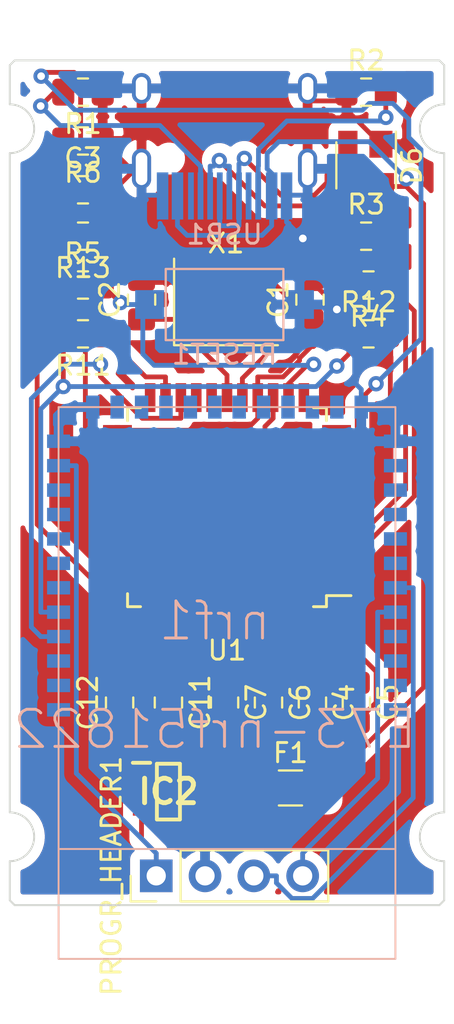
<source format=kicad_pcb>
(kicad_pcb (version 20171130) (host pcbnew "(5.1.2)-2")
  (layers (0 F.Cu signal) (31 B.Cu signal) (34 B.Paste user) (35 F.Paste user) (36 B.SilkS user) (37 F.SilkS user) (38 B.Mask user) (39 F.Mask user) (44 Edge.Cuts user))
  (net 0 "")
  (net 1 GND)
  (net 2 "Net-(C1-Pad1)")
  (net 3 "Net-(C2-Pad1)")
  (net 4 "Net-(C3-Pad1)")
  (net 5 +5V)
  (net 6 VCC)
  (net 7 +3.3V)
  (net 8 "Net-(D6-Pad3)")
  (net 9 "Net-(D6-Pad2)")
  (net 10 SWDIO)
  (net 11 SWCLK)
  (net 12 "Net-(nrf1-Pad10)")
  (net 13 "Net-(nrf1-Pad9)")
  (net 14 "Net-(nrf1-Pad8)")
  (net 15 "Net-(nrf1-Pad7)")
  (net 16 "Net-(nrf1-Pad6)")
  (net 17 TXODIV)
  (net 18 RXI)
  (net 19 "Net-(nrf1-Pad3)")
  (net 20 "Net-(nrf1-Pad2)")
  (net 21 "Net-(nrf1-Pad36)")
  (net 22 "Net-(nrf1-Pad35)")
  (net 23 "Net-(nrf1-Pad34)")
  (net 24 "Net-(nrf1-Pad33)")
  (net 25 "Net-(nrf1-Pad30)")
  (net 26 "Net-(nrf1-Pad29)")
  (net 27 "Net-(nrf1-Pad28)")
  (net 28 "Net-(nrf1-Pad27)")
  (net 29 "Net-(nrf1-Pad26)")
  (net 30 "Net-(nrf1-Pad23)")
  (net 31 "Net-(nrf1-Pad22)")
  (net 32 "Net-(nrf1-Pad21)")
  (net 33 "Net-(nrf1-Pad20)")
  (net 34 "Net-(nrf1-Pad19)")
  (net 35 "Net-(nrf1-Pad18)")
  (net 36 "Net-(nrf1-Pad17)")
  (net 37 "Net-(nrf1-Pad16)")
  (net 38 "Net-(nrf1-Pad15)")
  (net 39 "Net-(nrf1-Pad14)")
  (net 40 "Net-(nrf1-Pad1)")
  (net 41 "Net-(R1-Pad2)")
  (net 42 "Net-(R2-Pad2)")
  (net 43 D+)
  (net 44 D-)
  (net 45 "Net-(R5-Pad2)")
  (net 46 "Net-(R6-Pad2)")
  (net 47 TXO)
  (net 48 "Net-(U1-Pad42)")
  (net 49 "Net-(U1-Pad41)")
  (net 50 "Net-(U1-Pad40)")
  (net 51 "Net-(U1-Pad39)")
  (net 52 "Net-(U1-Pad38)")
  (net 53 "Net-(U1-Pad37)")
  (net 54 "Net-(U1-Pad36)")
  (net 55 "Net-(U1-Pad32)")
  (net 56 "Net-(U1-Pad31)")
  (net 57 "Net-(U1-Pad30)")
  (net 58 "Net-(U1-Pad29)")
  (net 59 "Net-(U1-Pad28)")
  (net 60 "Net-(U1-Pad27)")
  (net 61 "Net-(U1-Pad26)")
  (net 62 "Net-(U1-Pad25)")
  (net 63 "Net-(U1-Pad22)")
  (net 64 "Net-(U1-Pad19)")
  (net 65 "Net-(U1-Pad18)")
  (net 66 "Net-(U1-Pad12)")
  (net 67 "Net-(U1-Pad11)")
  (net 68 "Net-(U1-Pad10)")
  (net 69 "Net-(U1-Pad9)")
  (net 70 "Net-(U1-Pad8)")
  (net 71 "Net-(U1-Pad1)")
  (net 72 "Net-(USB1-Pad3)")
  (net 73 "Net-(USB1-Pad9)")
  (module XC6206P332MR:SOT95P280X130-3N (layer F.Cu) (at 76.835 131)
    (fp_text reference IC2 (at 0 0) (layer F.SilkS) (effects (font (size 1.27 1.27) (thickness 0.254))))
    (fp_text value XC6206P332MR hide)
    (pad 3 smd rect (at 1.4 0 90) (size 0.6 0.9) (layers F.Cu F.Paste F.Mask) (net 6 VCC))
    (pad 2 smd rect (at -1.4 0.95 90) (size 0.6 0.9) (layers F.Cu F.Paste F.Mask) (net 7 +3.3V))
    (pad 1 smd rect (at -1.4 -0.95 90) (size 0.6 0.9) (layers F.Cu F.Paste F.Mask) (net 1 GND))
  )
  (module Capacitor_SMD:C_0805_2012Metric_Pad1.15x1.40mm_HandSolder (layer F.Cu) (at 74.295 126.365 90)
    (fp_text reference C12 (at 0 -1.65 90) (layer F.SilkS))
    (fp_text value 1uF)
    (pad 2 smd roundrect (at 1.025 0 90) (size 1.15 1.4) (layers F.Cu F.Paste F.Mask) (roundrect_rratio 0.217391) (net 1 GND))
    (pad 1 smd roundrect (at -1.025 0 90) (size 1.15 1.4) (layers F.Cu F.Paste F.Mask) (roundrect_rratio 0.217391) (net 7 +3.3V))
  )
  (module Type-C:HRO-TYPE-C-31-M-12-HandSoldering (layer B.Cu) (at 79.756 91.821)
    (fp_text reference USB1 (at 0 10.2) (layer B.SilkS) (effects (justify mirror)))
    (fp_text value HRO-TYPE-C-31-M-12)
    (pad 12 smd rect (at 3.225 8.195) (size 0.6 2.45) (layers B.Cu B.Paste B.Mask) (net 1 GND))
    (pad 1 smd rect (at -3.225 8.195) (size 0.6 2.45) (layers B.Cu B.Paste B.Mask) (net 1 GND))
    (pad 11 smd rect (at 2.45 8.195) (size 0.6 2.45) (layers B.Cu B.Paste B.Mask) (net 6 VCC))
    (pad 2 smd rect (at -2.45 8.195) (size 0.6 2.45) (layers B.Cu B.Paste B.Mask) (net 6 VCC))
    (pad 3 smd rect (at -1.75 8.195) (size 0.3 2.45) (layers B.Cu B.Paste B.Mask) (net 72 "Net-(USB1-Pad3)"))
    (pad 10 smd rect (at 1.75 8.195) (size 0.3 2.45) (layers B.Cu B.Paste B.Mask) (net 42 "Net-(R2-Pad2)"))
    (pad 4 smd rect (at -1.25 8.195) (size 0.3 2.45) (layers B.Cu B.Paste B.Mask) (net 41 "Net-(R1-Pad2)"))
    (pad 9 smd rect (at 1.25 8.195) (size 0.3 2.45) (layers B.Cu B.Paste B.Mask) (net 73 "Net-(USB1-Pad9)"))
    (pad 5 smd rect (at -0.75 8.195) (size 0.3 2.45) (layers B.Cu B.Paste B.Mask) (net 8 "Net-(D6-Pad3)"))
    (pad 8 smd rect (at 0.75 8.195) (size 0.3 2.45) (layers B.Cu B.Paste B.Mask) (net 9 "Net-(D6-Pad2)"))
    (pad 7 smd rect (at 0.25 8.195) (size 0.3 2.45) (layers B.Cu B.Paste B.Mask) (net 8 "Net-(D6-Pad3)"))
    (pad 6 smd rect (at -0.25 8.195) (size 0.3 2.45) (layers B.Cu B.Paste B.Mask) (net 9 "Net-(D6-Pad2)"))
    (pad "" np_thru_hole circle (at 2.89 6.25) (size 0.65 0.65) (drill 0.65) (layers *.Cu *.Mask))
    (pad "" np_thru_hole circle (at -2.89 6.25) (size 0.65 0.65) (drill 0.65) (layers *.Cu *.Mask))
    (pad 13 thru_hole oval (at -4.32 6.78) (size 1 2.1) (drill oval 0.6 1.7) (layers *.Cu F.Mask) (net 1 GND))
    (pad 13 thru_hole oval (at 4.32 6.78) (size 1 2.1) (drill oval 0.6 1.7) (layers *.Cu F.Mask) (net 1 GND))
    (pad 13 thru_hole oval (at -4.32 2.6) (size 1 1.6) (drill oval 0.6 1.2) (layers *.Cu F.Mask) (net 1 GND))
    (pad 13 thru_hole oval (at 4.32 2.6) (size 1 1.6) (drill oval 0.6 1.2) (layers *.Cu F.Mask) (net 1 GND))
  )
  (module Crystal:Crystal_SMD_3225-4Pin_3.2x2.5mm_HandSoldering (layer F.Cu) (at 79.83 105.53)
    (fp_text reference X1 (at 0 -3.05) (layer F.SilkS))
    (fp_text value Crystal_GND24)
    (pad 4 smd rect (at -1.45 -1.15) (size 2.1 1.8) (layers F.Cu F.Paste F.Mask) (net 1 GND))
    (pad 3 smd rect (at 1.45 -1.15) (size 2.1 1.8) (layers F.Cu F.Paste F.Mask) (net 2 "Net-(C1-Pad1)"))
    (pad 2 smd rect (at 1.45 1.15) (size 2.1 1.8) (layers F.Cu F.Paste F.Mask) (net 1 GND))
    (pad 1 smd rect (at -1.45 1.15) (size 2.1 1.8) (layers F.Cu F.Paste F.Mask) (net 3 "Net-(C2-Pad1)"))
  )
  (module Package_QFP:TQFP-44_10x10mm_P0.8mm (layer F.Cu) (at 79.883 116.205 180)
    (fp_text reference U1 (at 0 -7.45) (layer F.SilkS))
    (fp_text value ATmega32U4-AU)
    (pad 1 smd rect (at -5.7 -4 180) (size 1.5 0.55) (layers F.Cu F.Paste F.Mask) (net 71 "Net-(U1-Pad1)"))
    (pad 2 smd rect (at -5.7 -3.2 180) (size 1.5 0.55) (layers F.Cu F.Paste F.Mask) (net 5 +5V))
    (pad 3 smd rect (at -5.7 -2.4 180) (size 1.5 0.55) (layers F.Cu F.Paste F.Mask) (net 44 D-))
    (pad 4 smd rect (at -5.7 -1.6 180) (size 1.5 0.55) (layers F.Cu F.Paste F.Mask) (net 43 D+))
    (pad 5 smd rect (at -5.7 -0.8 180) (size 1.5 0.55) (layers F.Cu F.Paste F.Mask) (net 1 GND))
    (pad 6 smd rect (at -5.7 0 180) (size 1.5 0.55) (layers F.Cu F.Paste F.Mask) (net 4 "Net-(C3-Pad1)"))
    (pad 7 smd rect (at -5.7 0.8 180) (size 1.5 0.55) (layers F.Cu F.Paste F.Mask) (net 5 +5V))
    (pad 8 smd rect (at -5.7 1.6 180) (size 1.5 0.55) (layers F.Cu F.Paste F.Mask) (net 70 "Net-(U1-Pad8)"))
    (pad 9 smd rect (at -5.7 2.4 180) (size 1.5 0.55) (layers F.Cu F.Paste F.Mask) (net 69 "Net-(U1-Pad9)"))
    (pad 10 smd rect (at -5.7 3.2 180) (size 1.5 0.55) (layers F.Cu F.Paste F.Mask) (net 68 "Net-(U1-Pad10)"))
    (pad 11 smd rect (at -5.7 4 180) (size 1.5 0.55) (layers F.Cu F.Paste F.Mask) (net 67 "Net-(U1-Pad11)"))
    (pad 12 smd rect (at -4 5.7 270) (size 1.5 0.55) (layers F.Cu F.Paste F.Mask) (net 66 "Net-(U1-Pad12)"))
    (pad 13 smd rect (at -3.2 5.7 270) (size 1.5 0.55) (layers F.Cu F.Paste F.Mask) (net 45 "Net-(R5-Pad2)"))
    (pad 14 smd rect (at -2.4 5.7 270) (size 1.5 0.55) (layers F.Cu F.Paste F.Mask) (net 5 +5V))
    (pad 15 smd rect (at -1.6 5.7 270) (size 1.5 0.55) (layers F.Cu F.Paste F.Mask) (net 1 GND))
    (pad 16 smd rect (at -0.8 5.7 270) (size 1.5 0.55) (layers F.Cu F.Paste F.Mask) (net 2 "Net-(C1-Pad1)"))
    (pad 17 smd rect (at 0 5.7 270) (size 1.5 0.55) (layers F.Cu F.Paste F.Mask) (net 3 "Net-(C2-Pad1)"))
    (pad 18 smd rect (at 0.8 5.7 270) (size 1.5 0.55) (layers F.Cu F.Paste F.Mask) (net 65 "Net-(U1-Pad18)"))
    (pad 19 smd rect (at 1.6 5.7 270) (size 1.5 0.55) (layers F.Cu F.Paste F.Mask) (net 64 "Net-(U1-Pad19)"))
    (pad 20 smd rect (at 2.4 5.7 270) (size 1.5 0.55) (layers F.Cu F.Paste F.Mask) (net 18 RXI))
    (pad 21 smd rect (at 3.2 5.7 270) (size 1.5 0.55) (layers F.Cu F.Paste F.Mask) (net 47 TXO))
    (pad 22 smd rect (at 4 5.7 270) (size 1.5 0.55) (layers F.Cu F.Paste F.Mask) (net 63 "Net-(U1-Pad22)"))
    (pad 23 smd rect (at 5.7 4 180) (size 1.5 0.55) (layers F.Cu F.Paste F.Mask) (net 1 GND))
    (pad 24 smd rect (at 5.7 3.2 180) (size 1.5 0.55) (layers F.Cu F.Paste F.Mask) (net 5 +5V))
    (pad 25 smd rect (at 5.7 2.4 180) (size 1.5 0.55) (layers F.Cu F.Paste F.Mask) (net 62 "Net-(U1-Pad25)"))
    (pad 26 smd rect (at 5.7 1.6 180) (size 1.5 0.55) (layers F.Cu F.Paste F.Mask) (net 61 "Net-(U1-Pad26)"))
    (pad 27 smd rect (at 5.7 0.8 180) (size 1.5 0.55) (layers F.Cu F.Paste F.Mask) (net 60 "Net-(U1-Pad27)"))
    (pad 28 smd rect (at 5.7 0 180) (size 1.5 0.55) (layers F.Cu F.Paste F.Mask) (net 59 "Net-(U1-Pad28)"))
    (pad 29 smd rect (at 5.7 -0.8 180) (size 1.5 0.55) (layers F.Cu F.Paste F.Mask) (net 58 "Net-(U1-Pad29)"))
    (pad 30 smd rect (at 5.7 -1.6 180) (size 1.5 0.55) (layers F.Cu F.Paste F.Mask) (net 57 "Net-(U1-Pad30)"))
    (pad 31 smd rect (at 5.7 -2.4 180) (size 1.5 0.55) (layers F.Cu F.Paste F.Mask) (net 56 "Net-(U1-Pad31)"))
    (pad 32 smd rect (at 5.7 -3.2 180) (size 1.5 0.55) (layers F.Cu F.Paste F.Mask) (net 55 "Net-(U1-Pad32)"))
    (pad 33 smd rect (at 5.7 -4 180) (size 1.5 0.55) (layers F.Cu F.Paste F.Mask) (net 46 "Net-(R6-Pad2)"))
    (pad 34 smd rect (at 4 -5.7 270) (size 1.5 0.55) (layers F.Cu F.Paste F.Mask) (net 5 +5V))
    (pad 35 smd rect (at 3.2 -5.7 270) (size 1.5 0.55) (layers F.Cu F.Paste F.Mask) (net 1 GND))
    (pad 36 smd rect (at 2.4 -5.7 270) (size 1.5 0.55) (layers F.Cu F.Paste F.Mask) (net 54 "Net-(U1-Pad36)"))
    (pad 37 smd rect (at 1.6 -5.7 270) (size 1.5 0.55) (layers F.Cu F.Paste F.Mask) (net 53 "Net-(U1-Pad37)"))
    (pad 38 smd rect (at 0.8 -5.7 270) (size 1.5 0.55) (layers F.Cu F.Paste F.Mask) (net 52 "Net-(U1-Pad38)"))
    (pad 39 smd rect (at 0 -5.7 270) (size 1.5 0.55) (layers F.Cu F.Paste F.Mask) (net 51 "Net-(U1-Pad39)"))
    (pad 40 smd rect (at -0.8 -5.7 270) (size 1.5 0.55) (layers F.Cu F.Paste F.Mask) (net 50 "Net-(U1-Pad40)"))
    (pad 41 smd rect (at -1.6 -5.7 270) (size 1.5 0.55) (layers F.Cu F.Paste F.Mask) (net 49 "Net-(U1-Pad41)"))
    (pad 42 smd rect (at -2.4 -5.7 270) (size 1.5 0.55) (layers F.Cu F.Paste F.Mask) (net 48 "Net-(U1-Pad42)"))
    (pad 43 smd rect (at -3.2 -5.7 270) (size 1.5 0.55) (layers F.Cu F.Paste F.Mask) (net 1 GND))
    (pad 44 smd rect (at -4 -5.7 270) (size 1.5 0.55) (layers F.Cu F.Paste F.Mask) (net 5 +5V))
  )
  (module Button_Switch_SMD:SW_SPST_CK_RS282G05A3 (layer B.Cu) (at 79.756 105.664)
    (fp_text reference RESET1 (at 0 2.6) (layer B.SilkS) (effects (justify mirror)))
    (fp_text value SW_SPST)
    (pad 2 smd rect (at 3.9 0) (size 1.5 1.5) (layers B.Cu B.Paste B.Mask) (net 1 GND))
    (pad 1 smd rect (at -3.9 0) (size 1.5 1.5) (layers B.Cu B.Paste B.Mask) (net 45 "Net-(R5-Pad2)"))
  )
  (module Resistor_SMD:R_0805_2012Metric_Pad1.15x1.40mm_HandSolder (layer F.Cu) (at 72.39 102.108 180)
    (fp_text reference R13 (at 0 -1.65) (layer F.SilkS))
    (fp_text value 1.5K)
    (pad 2 smd roundrect (at 1.025 0 180) (size 1.15 1.4) (layers F.Cu F.Paste F.Mask) (roundrect_rratio 0.217391) (net 17 TXODIV))
    (pad 1 smd roundrect (at -1.025 0 180) (size 1.15 1.4) (layers F.Cu F.Paste F.Mask) (roundrect_rratio 0.217391) (net 47 TXO))
  )
  (module Resistor_SMD:R_0805_2012Metric_Pad1.15x1.40mm_HandSolder (layer F.Cu) (at 87.249 107.188)
    (fp_text reference R12 (at 0 -1.65) (layer F.SilkS))
    (fp_text value 1.5K)
    (pad 2 smd roundrect (at 1.025 0) (size 1.15 1.4) (layers F.Cu F.Paste F.Mask) (roundrect_rratio 0.217391) (net 1 GND))
    (pad 1 smd roundrect (at -1.025 0) (size 1.15 1.4) (layers F.Cu F.Paste F.Mask) (roundrect_rratio 0.217391) (net 17 TXODIV))
  )
  (module Resistor_SMD:R_0805_2012Metric_Pad1.15x1.40mm_HandSolder (layer F.Cu) (at 72.39 107.188 180)
    (fp_text reference R11 (at 0 -1.65) (layer F.SilkS))
    (fp_text value 1.5K)
    (pad 2 smd roundrect (at 1.025 0 180) (size 1.15 1.4) (layers F.Cu F.Paste F.Mask) (roundrect_rratio 0.217391) (net 17 TXODIV))
    (pad 1 smd roundrect (at -1.025 0 180) (size 1.15 1.4) (layers F.Cu F.Paste F.Mask) (roundrect_rratio 0.217391) (net 47 TXO))
  )
  (module Resistor_SMD:R_0805_2012Metric_Pad1.15x1.40mm_HandSolder (layer F.Cu) (at 72.39 97.155 180)
    (fp_text reference R6 (at 0 -1.65) (layer F.SilkS))
    (fp_text value 1K)
    (pad 2 smd roundrect (at 1.025 0 180) (size 1.15 1.4) (layers F.Cu F.Paste F.Mask) (roundrect_rratio 0.217391) (net 46 "Net-(R6-Pad2)"))
    (pad 1 smd roundrect (at -1.025 0 180) (size 1.15 1.4) (layers F.Cu F.Paste F.Mask) (roundrect_rratio 0.217391) (net 1 GND))
  )
  (module Resistor_SMD:R_0805_2012Metric_Pad1.15x1.40mm_HandSolder (layer F.Cu) (at 72.39 104.648)
    (fp_text reference R5 (at 0 -1.65) (layer F.SilkS))
    (fp_text value 10K)
    (pad 2 smd roundrect (at 1.025 0) (size 1.15 1.4) (layers F.Cu F.Paste F.Mask) (roundrect_rratio 0.217391) (net 45 "Net-(R5-Pad2)"))
    (pad 1 smd roundrect (at -1.025 0) (size 1.15 1.4) (layers F.Cu F.Paste F.Mask) (roundrect_rratio 0.217391) (net 5 +5V))
  )
  (module Resistor_SMD:R_0805_2012Metric_Pad1.15x1.40mm_HandSolder (layer F.Cu) (at 87.249 104.648 180)
    (fp_text reference R4 (at 0 -1.65) (layer F.SilkS))
    (fp_text value 22)
    (pad 2 smd roundrect (at 1.025 0 180) (size 1.15 1.4) (layers F.Cu F.Paste F.Mask) (roundrect_rratio 0.217391) (net 8 "Net-(D6-Pad3)"))
    (pad 1 smd roundrect (at -1.025 0 180) (size 1.15 1.4) (layers F.Cu F.Paste F.Mask) (roundrect_rratio 0.217391) (net 44 D-))
  )
  (module Resistor_SMD:R_0805_2012Metric_Pad1.15x1.40mm_HandSolder (layer F.Cu) (at 87.122 102.108)
    (fp_text reference R3 (at 0 -1.65) (layer F.SilkS))
    (fp_text value 22)
    (pad 2 smd roundrect (at 1.025 0) (size 1.15 1.4) (layers F.Cu F.Paste F.Mask) (roundrect_rratio 0.217391) (net 9 "Net-(D6-Pad2)"))
    (pad 1 smd roundrect (at -1.025 0) (size 1.15 1.4) (layers F.Cu F.Paste F.Mask) (roundrect_rratio 0.217391) (net 43 D+))
  )
  (module Resistor_SMD:R_0805_2012Metric_Pad1.15x1.40mm_HandSolder (layer F.Cu) (at 87.122 94.615)
    (fp_text reference R2 (at 0 -1.65) (layer F.SilkS))
    (fp_text value 5.1K)
    (pad 2 smd roundrect (at 1.025 0) (size 1.15 1.4) (layers F.Cu F.Paste F.Mask) (roundrect_rratio 0.217391) (net 42 "Net-(R2-Pad2)"))
    (pad 1 smd roundrect (at -1.025 0) (size 1.15 1.4) (layers F.Cu F.Paste F.Mask) (roundrect_rratio 0.217391) (net 1 GND))
  )
  (module Resistor_SMD:R_0805_2012Metric_Pad1.15x1.40mm_HandSolder (layer F.Cu) (at 72.39 94.615 180)
    (fp_text reference R1 (at 0 -1.65) (layer F.SilkS))
    (fp_text value 5.1K)
    (pad 2 smd roundrect (at 1.025 0 180) (size 1.15 1.4) (layers F.Cu F.Paste F.Mask) (roundrect_rratio 0.217391) (net 41 "Net-(R1-Pad2)"))
    (pad 1 smd roundrect (at -1.025 0 180) (size 1.15 1.4) (layers F.Cu F.Paste F.Mask) (roundrect_rratio 0.217391) (net 1 GND))
  )
  (module Connector_PinHeader_2.54mm:PinHeader_1x04_P2.54mm_Vertical (layer F.Cu) (at 76.2 135.382 90)
    (fp_text reference PROGR_HEADER1 (at 0 -2.33 90) (layer F.SilkS))
    (fp_text value Conn_01x04_Female)
    (pad 4 thru_hole oval (at 0 7.62 90) (size 1.7 1.7) (drill 1) (layers *.Cu *.Mask) (net 11 SWCLK))
    (pad 3 thru_hole oval (at 0 5.08 90) (size 1.7 1.7) (drill 1) (layers *.Cu *.Mask) (net 10 SWDIO))
    (pad 2 thru_hole oval (at 0 2.54 90) (size 1.7 1.7) (drill 1) (layers *.Cu *.Mask) (net 1 GND))
    (pad 1 thru_hole rect (at 0 0 90) (size 1.7 1.7) (drill 1) (layers *.Cu *.Mask) (net 7 +3.3V))
  )
  (module wingxx-receiver:E73-nrf51822-Module (layer B.Cu) (at 77.978 110.998)
    (fp_text reference nrf1 (at 1.27 11.1252) (layer B.SilkS) (effects (font (size 1.9304 1.9304) (thickness 0.1524)) (justify mirror)))
    (fp_text value E73-nrf51822 (at 1.27 16.764) (layer B.SilkS) (effects (font (size 1.9304 1.9304) (thickness 0.1524)) (justify mirror)))
    (pad 12 smd rect (at -6.858 1.778 270) (size 0.6985 1.19888) (layers B.Cu B.Paste B.Mask) (net 1 GND))
    (pad 31 smd rect (at 10.668 9.398 270) (size 0.6985 1.19888) (layers B.Cu B.Paste B.Mask) (net 10 SWDIO))
    (pad 32 smd rect (at 10.668 10.668 270) (size 0.6985 1.19888) (layers B.Cu B.Paste B.Mask) (net 11 SWCLK))
    (pad 13 smd rect (at -5.08 0 270) (size 1.19888 0.6985) (layers B.Cu B.Paste B.Mask) (net 1 GND))
    (pad 10 smd rect (at -6.858 4.318 270) (size 0.6985 1.19888) (layers B.Cu B.Paste B.Mask) (net 12 "Net-(nrf1-Pad10)"))
    (pad 9 smd rect (at -6.858 5.588 270) (size 0.6985 1.19888) (layers B.Cu B.Paste B.Mask) (net 13 "Net-(nrf1-Pad9)"))
    (pad 8 smd rect (at -6.858 6.858 270) (size 0.6985 1.19888) (layers B.Cu B.Paste B.Mask) (net 14 "Net-(nrf1-Pad8)"))
    (pad 7 smd rect (at -6.858 8.128 270) (size 0.6985 1.19888) (layers B.Cu B.Paste B.Mask) (net 15 "Net-(nrf1-Pad7)"))
    (pad 6 smd rect (at -6.858 9.398 270) (size 0.6985 1.19888) (layers B.Cu B.Paste B.Mask) (net 16 "Net-(nrf1-Pad6)"))
    (pad 5 smd rect (at -6.858 10.668 270) (size 0.6985 1.19888) (layers B.Cu B.Paste B.Mask) (net 17 TXODIV))
    (pad 4 smd rect (at -6.858 11.938 270) (size 0.6985 1.19888) (layers B.Cu B.Paste B.Mask) (net 18 RXI))
    (pad 3 smd rect (at -6.858 13.208 270) (size 0.6985 1.19888) (layers B.Cu B.Paste B.Mask) (net 19 "Net-(nrf1-Pad3)"))
    (pad 2 smd rect (at -6.858 14.478 270) (size 0.6985 1.19888) (layers B.Cu B.Paste B.Mask) (net 20 "Net-(nrf1-Pad2)"))
    (pad 36 smd rect (at 10.668 15.748 270) (size 0.6985 1.19888) (layers B.Cu B.Paste B.Mask) (net 21 "Net-(nrf1-Pad36)"))
    (pad 35 smd rect (at 10.668 14.478 270) (size 0.6985 1.19888) (layers B.Cu B.Paste B.Mask) (net 22 "Net-(nrf1-Pad35)"))
    (pad 34 smd rect (at 10.668 13.208 270) (size 0.6985 1.19888) (layers B.Cu B.Paste B.Mask) (net 23 "Net-(nrf1-Pad34)"))
    (pad 33 smd rect (at 10.668 11.938 270) (size 0.6985 1.19888) (layers B.Cu B.Paste B.Mask) (net 24 "Net-(nrf1-Pad33)"))
    (pad 30 smd rect (at 10.668 8.128 270) (size 0.6985 1.19888) (layers B.Cu B.Paste B.Mask) (net 25 "Net-(nrf1-Pad30)"))
    (pad 29 smd rect (at 10.668 6.858 270) (size 0.6985 1.19888) (layers B.Cu B.Paste B.Mask) (net 26 "Net-(nrf1-Pad29)"))
    (pad 28 smd rect (at 10.668 5.588 270) (size 0.6985 1.19888) (layers B.Cu B.Paste B.Mask) (net 27 "Net-(nrf1-Pad28)"))
    (pad 27 smd rect (at 10.668 4.318 270) (size 0.6985 1.19888) (layers B.Cu B.Paste B.Mask) (net 28 "Net-(nrf1-Pad27)"))
    (pad 26 smd rect (at 10.668 3.048 270) (size 0.6985 1.19888) (layers B.Cu B.Paste B.Mask) (net 29 "Net-(nrf1-Pad26)"))
    (pad 25 smd rect (at 10.668 1.778 270) (size 0.6985 1.19888) (layers B.Cu B.Paste B.Mask) (net 1 GND))
    (pad 24 smd rect (at 8.89 0 270) (size 1.19888 0.6985) (layers B.Cu B.Paste B.Mask) (net 1 GND))
    (pad 23 smd rect (at 7.62 0 270) (size 1.19888 0.6985) (layers B.Cu B.Paste B.Mask) (net 30 "Net-(nrf1-Pad23)"))
    (pad 22 smd rect (at 6.35 0 270) (size 1.19888 0.6985) (layers B.Cu B.Paste B.Mask) (net 31 "Net-(nrf1-Pad22)"))
    (pad 21 smd rect (at 5.08 0 270) (size 1.19888 0.6985) (layers B.Cu B.Paste B.Mask) (net 32 "Net-(nrf1-Pad21)"))
    (pad 20 smd rect (at 3.81 0 270) (size 1.19888 0.6985) (layers B.Cu B.Paste B.Mask) (net 33 "Net-(nrf1-Pad20)"))
    (pad 19 smd rect (at 2.54 0 270) (size 1.19888 0.6985) (layers B.Cu B.Paste B.Mask) (net 34 "Net-(nrf1-Pad19)"))
    (pad 18 smd rect (at 1.27 0 270) (size 1.19888 0.6985) (layers B.Cu B.Paste B.Mask) (net 35 "Net-(nrf1-Pad18)"))
    (pad 17 smd rect (at 0 0 270) (size 1.19888 0.6985) (layers B.Cu B.Paste B.Mask) (net 36 "Net-(nrf1-Pad17)"))
    (pad 16 smd rect (at -1.27 0 270) (size 1.19888 0.6985) (layers B.Cu B.Paste B.Mask) (net 37 "Net-(nrf1-Pad16)"))
    (pad 15 smd rect (at -2.54 0 270) (size 1.19888 0.6985) (layers B.Cu B.Paste B.Mask) (net 38 "Net-(nrf1-Pad15)"))
    (pad 14 smd rect (at -3.81 0 270) (size 1.19888 0.6985) (layers B.Cu B.Paste B.Mask) (net 39 "Net-(nrf1-Pad14)"))
    (pad 1 smd rect (at -6.858 15.748 270) (size 0.6985 1.19888) (layers B.Cu B.Paste B.Mask) (net 40 "Net-(nrf1-Pad1)"))
    (pad 11 smd rect (at -6.858 3.048 270) (size 0.6985 1.19888) (layers B.Cu B.Paste B.Mask) (net 7 +3.3V))
  )
  (module Fuse:Fuse_1206_3216Metric_Pad1.42x1.75mm_HandSolder (layer F.Cu) (at 83.185 130.81)
    (fp_text reference F1 (at 0 -1.82) (layer F.SilkS))
    (fp_text value MF-NSMF050-2)
    (pad 2 smd roundrect (at 1.4875 0) (size 1.425 1.75) (layers F.Cu F.Paste F.Mask) (roundrect_rratio 0.175439) (net 6 VCC))
    (pad 1 smd roundrect (at -1.4875 0) (size 1.425 1.75) (layers F.Cu F.Paste F.Mask) (roundrect_rratio 0.175439) (net 5 +5V))
  )
  (module Package_TO_SOT_SMD:SOT-143 (layer F.Cu) (at 87.122 98.425 270)
    (fp_text reference D6 (at 0.02 -2.38 90) (layer F.SilkS))
    (fp_text value PRTR5V0U2X)
    (pad 4 smd rect (at 1.1 -0.95 180) (size 1 1.4) (layers F.Cu F.Paste F.Mask) (net 6 VCC))
    (pad 3 smd rect (at 1.1 0.95 180) (size 1 1.4) (layers F.Cu F.Paste F.Mask) (net 8 "Net-(D6-Pad3)"))
    (pad 2 smd rect (at -1.1 0.95 180) (size 1 1.4) (layers F.Cu F.Paste F.Mask) (net 9 "Net-(D6-Pad2)"))
    (pad 1 smd rect (at -1.1 -0.77 180) (size 1.2 1.4) (layers F.Cu F.Paste F.Mask) (net 1 GND))
  )
  (module Capacitor_SMD:C_0805_2012Metric_Pad1.15x1.40mm_HandSolder (layer F.Cu) (at 76.835 126.365 270)
    (fp_text reference C11 (at 0 -1.65 90) (layer F.SilkS))
    (fp_text value 1uF)
    (pad 2 smd roundrect (at 1.025 0 270) (size 1.15 1.4) (layers F.Cu F.Paste F.Mask) (roundrect_rratio 0.217391) (net 6 VCC))
    (pad 1 smd roundrect (at -1.025 0 270) (size 1.15 1.4) (layers F.Cu F.Paste F.Mask) (roundrect_rratio 0.217391) (net 1 GND))
  )
  (module Capacitor_SMD:C_0805_2012Metric_Pad1.15x1.40mm_HandSolder (layer F.Cu) (at 79.756 126.365 270)
    (fp_text reference C7 (at 0 -1.65 90) (layer F.SilkS))
    (fp_text value 10uF)
    (pad 2 smd roundrect (at 1.025 0 270) (size 1.15 1.4) (layers F.Cu F.Paste F.Mask) (roundrect_rratio 0.217391) (net 5 +5V))
    (pad 1 smd roundrect (at -1.025 0 270) (size 1.15 1.4) (layers F.Cu F.Paste F.Mask) (roundrect_rratio 0.217391) (net 1 GND))
  )
  (module Capacitor_SMD:C_0805_2012Metric_Pad1.15x1.40mm_HandSolder (layer F.Cu) (at 82.042 126.365 270)
    (fp_text reference C6 (at 0 -1.65 90) (layer F.SilkS))
    (fp_text value 100nF)
    (pad 2 smd roundrect (at 1.025 0 270) (size 1.15 1.4) (layers F.Cu F.Paste F.Mask) (roundrect_rratio 0.217391) (net 5 +5V))
    (pad 1 smd roundrect (at -1.025 0 270) (size 1.15 1.4) (layers F.Cu F.Paste F.Mask) (roundrect_rratio 0.217391) (net 1 GND))
  )
  (module Capacitor_SMD:C_0805_2012Metric_Pad1.15x1.40mm_HandSolder (layer F.Cu) (at 86.614 126.365 270)
    (fp_text reference C5 (at 0 -1.65 270) (layer F.SilkS))
    (fp_text value 100nF)
    (pad 2 smd roundrect (at 1.025 0 270) (size 1.15 1.4) (layers F.Cu F.Paste F.Mask) (roundrect_rratio 0.217391) (net 5 +5V))
    (pad 1 smd roundrect (at -1.025 0 270) (size 1.15 1.4) (layers F.Cu F.Paste F.Mask) (roundrect_rratio 0.217391) (net 1 GND))
  )
  (module Capacitor_SMD:C_0805_2012Metric_Pad1.15x1.40mm_HandSolder (layer F.Cu) (at 84.328 126.365 270)
    (fp_text reference C4 (at 0 -1.65 90) (layer F.SilkS))
    (fp_text value 100nF)
    (pad 2 smd roundrect (at 1.025 0 270) (size 1.15 1.4) (layers F.Cu F.Paste F.Mask) (roundrect_rratio 0.217391) (net 5 +5V))
    (pad 1 smd roundrect (at -1.025 0 270) (size 1.15 1.4) (layers F.Cu F.Paste F.Mask) (roundrect_rratio 0.217391) (net 1 GND))
  )
  (module Capacitor_SMD:C_0805_2012Metric_Pad1.15x1.40mm_HandSolder (layer F.Cu) (at 72.39 99.695)
    (fp_text reference C3 (at 0 -1.65) (layer F.SilkS))
    (fp_text value 1uF)
    (pad 2 smd roundrect (at 1.025 0) (size 1.15 1.4) (layers F.Cu F.Paste F.Mask) (roundrect_rratio 0.217391) (net 1 GND))
    (pad 1 smd roundrect (at -1.025 0) (size 1.15 1.4) (layers F.Cu F.Paste F.Mask) (roundrect_rratio 0.217391) (net 4 "Net-(C3-Pad1)"))
  )
  (module Capacitor_SMD:C_0805_2012Metric_Pad1.15x1.40mm_HandSolder (layer F.Cu) (at 75.438 105.41 90)
    (fp_text reference C2 (at 0 -1.65 90) (layer F.SilkS))
    (fp_text value 22pF)
    (pad 2 smd roundrect (at 1.025 0 90) (size 1.15 1.4) (layers F.Cu F.Paste F.Mask) (roundrect_rratio 0.217391) (net 1 GND))
    (pad 1 smd roundrect (at -1.025 0 90) (size 1.15 1.4) (layers F.Cu F.Paste F.Mask) (roundrect_rratio 0.217391) (net 3 "Net-(C2-Pad1)"))
  )
  (module Capacitor_SMD:C_0805_2012Metric_Pad1.15x1.40mm_HandSolder (layer F.Cu) (at 84.201 105.41 90)
    (fp_text reference C1 (at 0 -1.65 90) (layer F.SilkS))
    (fp_text value 22pF)
    (pad 2 smd roundrect (at 1.025 0 90) (size 1.15 1.4) (layers F.Cu F.Paste F.Mask) (roundrect_rratio 0.217391) (net 1 GND))
    (pad 1 smd roundrect (at -1.025 0 90) (size 1.15 1.4) (layers F.Cu F.Paste F.Mask) (roundrect_rratio 0.217391) (net 2 "Net-(C1-Pad1)"))
  )
  (gr_line (start 91.186 95.25) (end 91.186 93.218) (layer Edge.Cuts) (width 0.1))
  (gr_line (start 91.186 134.62) (end 91.186 136.652) (layer Edge.Cuts) (width 0.1))
  (gr_line (start 91.186 97.79) (end 91.186 132.08) (layer Edge.Cuts) (width 0.1))
  (gr_line (start 68.58 134.62) (end 68.58 136.652) (layer Edge.Cuts) (width 0.1))
  (gr_line (start 68.58 93.218) (end 68.58 95.25) (layer Edge.Cuts) (width 0.1))
  (gr_arc (start 91.186 133.35) (end 91.186 132.08) (angle -180) (layer Edge.Cuts) (width 0.1))
  (gr_arc (start 91.186 96.52) (end 91.186 95.25) (angle -180) (layer Edge.Cuts) (width 0.1))
  (gr_arc (start 68.58 96.52) (end 68.58 97.79) (angle -180) (layer Edge.Cuts) (width 0.1))
  (gr_arc (start 68.58 133.35) (end 68.58 134.62) (angle -180) (layer Edge.Cuts) (width 0.1))
  (gr_line (start 68.834 92.964) (end 68.58 93.218) (layer Edge.Cuts) (width 0.1))
  (gr_line (start 90.932 92.964) (end 91.186 93.218) (layer Edge.Cuts) (width 0.1))
  (gr_line (start 90.932 136.906) (end 91.186 136.652) (layer Edge.Cuts) (width 0.1))
  (gr_line (start 68.58 136.652) (end 68.834 136.906) (layer Edge.Cuts) (width 0.1))
  (gr_line (start 68.58 132.08) (end 68.58 97.79) (layer Edge.Cuts) (width 0.1))
  (gr_line (start 90.932 136.906) (end 68.834 136.906) (layer Edge.Cuts) (width 0.1))
  (gr_line (start 68.834 92.964) (end 90.932 92.964) (layer Edge.Cuts) (width 0.1))
  (segment (start 78.8269 119.5582) (end 85.6091 112.776) (width 0.25) (layer B.Cu) (net 1))
  (segment (start 85.6091 112.776) (end 86.868 112.776) (width 0.25) (layer B.Cu) (net 1))
  (segment (start 78.74 135.382) (end 78.74 119.6451) (width 0.25) (layer B.Cu) (net 1))
  (segment (start 78.74 119.6451) (end 78.8269 119.5582) (width 0.25) (layer B.Cu) (net 1))
  (segment (start 78.8269 119.5582) (end 72.0447 112.776) (width 0.25) (layer B.Cu) (net 1))
  (segment (start 72.898 110.998) (end 72.898 111.9227) (width 0.25) (layer B.Cu) (net 1))
  (segment (start 72.898 111.9227) (end 72.0447 112.776) (width 0.25) (layer B.Cu) (net 1))
  (segment (start 71.12 112.776) (end 72.0447 112.776) (width 0.25) (layer B.Cu) (net 1))
  (segment (start 84.076 95.0725) (end 84.076 94.421) (width 0.25) (layer F.Cu) (net 1))
  (segment (start 84.076 98.601) (end 84.076 95.0725) (width 0.25) (layer F.Cu) (net 1))
  (segment (start 86.097 95.0725) (end 84.076 95.0725) (width 0.25) (layer F.Cu) (net 1))
  (segment (start 86.097 95.0725) (end 86.097 95.53) (width 0.25) (layer F.Cu) (net 1))
  (segment (start 86.097 95.53) (end 87.892 97.325) (width 0.25) (layer F.Cu) (net 1))
  (segment (start 86.097 94.615) (end 86.097 95.0725) (width 0.25) (layer F.Cu) (net 1))
  (segment (start 75.436 98.601) (end 75.436 99.9763) (width 0.25) (layer B.Cu) (net 1))
  (segment (start 75.436 99.9763) (end 76.4913 99.9763) (width 0.25) (layer B.Cu) (net 1))
  (segment (start 76.4913 99.9763) (end 76.531 100.016) (width 0.25) (layer B.Cu) (net 1))
  (segment (start 75.436 94.421) (end 73.609 94.421) (width 0.25) (layer F.Cu) (net 1))
  (segment (start 73.609 94.421) (end 73.415 94.615) (width 0.25) (layer F.Cu) (net 1))
  (segment (start 74.9915 98.7314) (end 73.7215 100.0014) (width 0.25) (layer F.Cu) (net 1))
  (segment (start 75.436 98.601) (end 75.1219 98.601) (width 0.25) (layer F.Cu) (net 1))
  (segment (start 75.1219 98.601) (end 74.9915 98.7314) (width 0.25) (layer F.Cu) (net 1))
  (segment (start 74.9915 98.7314) (end 73.415 97.155) (width 0.25) (layer F.Cu) (net 1))
  (segment (start 73.415 97.155) (end 73.415 94.615) (width 0.25) (layer F.Cu) (net 1))
  (segment (start 73.7215 100.0014) (end 73.415 99.695) (width 0.25) (layer F.Cu) (net 1))
  (segment (start 75.438 102.1169) (end 75.438 101.718) (width 0.25) (layer F.Cu) (net 1))
  (segment (start 75.438 101.718) (end 73.7215 100.0014) (width 0.25) (layer F.Cu) (net 1))
  (segment (start 85.583 117.005) (end 86.6583 117.005) (width 0.25) (layer F.Cu) (net 1))
  (segment (start 88.274 107.188) (end 88.3815 107.2955) (width 0.25) (layer F.Cu) (net 1))
  (segment (start 88.3815 107.2955) (end 88.3815 115.2818) (width 0.25) (layer F.Cu) (net 1))
  (segment (start 88.3815 115.2818) (end 86.6583 117.005) (width 0.25) (layer F.Cu) (net 1))
  (segment (start 87.0065 105.921) (end 88.2735 107.188) (width 0.25) (layer F.Cu) (net 1))
  (segment (start 88.2735 107.188) (end 88.274 107.188) (width 0.25) (layer F.Cu) (net 1))
  (segment (start 86.5285 105.918) (end 86.7825 105.664) (width 0.25) (layer B.Cu) (net 1))
  (segment (start 85.598 105.918) (end 86.5285 105.918) (width 0.25) (layer B.Cu) (net 1))
  (segment (start 86.5285 105.918) (end 86.5285 109.7338) (width 0.25) (layer B.Cu) (net 1))
  (segment (start 86.5285 109.7338) (end 86.868 110.0733) (width 0.25) (layer B.Cu) (net 1))
  (segment (start 86.868 110.998) (end 86.868 110.0733) (width 0.25) (layer B.Cu) (net 1))
  (segment (start 75.438 102.1169) (end 83.7197 102.1169) (width 0.25) (layer F.Cu) (net 1))
  (segment (start 83.7197 102.1169) (end 83.8278 102.225) (width 0.25) (layer F.Cu) (net 1))
  (segment (start 75.438 104.385) (end 75.438 102.1169) (width 0.25) (layer F.Cu) (net 1))
  (segment (start 81.483 110.505) (end 81.483 111.5803) (width 0.25) (layer F.Cu) (net 1))
  (segment (start 81.483 111.5803) (end 80.8583 112.205) (width 0.25) (layer F.Cu) (net 1))
  (segment (start 80.8583 112.205) (end 74.183 112.205) (width 0.25) (layer F.Cu) (net 1))
  (segment (start 81.483 109.9673) (end 81.483 110.505) (width 0.25) (layer F.Cu) (net 1))
  (segment (start 75.435 126.3359) (end 75.8391 126.3359) (width 0.25) (layer F.Cu) (net 1))
  (segment (start 75.8391 126.3359) (end 76.835 125.34) (width 0.25) (layer F.Cu) (net 1))
  (segment (start 74.295 125.34) (end 75.2909 126.3359) (width 0.25) (layer F.Cu) (net 1))
  (segment (start 75.2909 126.3359) (end 75.435 126.3359) (width 0.25) (layer F.Cu) (net 1))
  (segment (start 75.435 126.3359) (end 75.435 130.05) (width 0.25) (layer F.Cu) (net 1))
  (segment (start 84.076 98.601) (end 84.076 99.9763) (width 0.25) (layer B.Cu) (net 1))
  (segment (start 84.076 99.9763) (end 83.0207 99.9763) (width 0.25) (layer B.Cu) (net 1))
  (segment (start 83.0207 99.9763) (end 82.981 100.016) (width 0.25) (layer B.Cu) (net 1))
  (segment (start 76.683 122.33) (end 76.683 121.905) (width 0.25) (layer F.Cu) (net 1))
  (segment (start 76.683 122.33) (end 76.683 122.9803) (width 0.25) (layer F.Cu) (net 1))
  (segment (start 81.483 109.9673) (end 81.483 109.4297) (width 0.25) (layer F.Cu) (net 1))
  (segment (start 76.835 125.34) (end 76.835 123.1323) (width 0.25) (layer F.Cu) (net 1))
  (segment (start 76.835 123.1323) (end 76.683 122.9803) (width 0.25) (layer F.Cu) (net 1))
  (segment (start 79.756 125.34) (end 76.835 125.34) (width 0.25) (layer F.Cu) (net 1))
  (segment (start 85.598 105.918) (end 85.2455 106.2705) (width 0.25) (layer F.Cu) (net 1))
  (segment (start 85.2455 106.2705) (end 85.2455 106.9862) (width 0.25) (layer F.Cu) (net 1))
  (segment (start 85.2455 106.9862) (end 84.3846 107.8471) (width 0.25) (layer F.Cu) (net 1))
  (segment (start 84.3846 107.8471) (end 84.2652 107.8471) (width 0.25) (layer F.Cu) (net 1))
  (segment (start 84.2652 107.8471) (end 83.6569 108.4554) (width 0.25) (layer F.Cu) (net 1))
  (segment (start 83.6569 108.4554) (end 83.6569 108.5748) (width 0.25) (layer F.Cu) (net 1))
  (segment (start 83.6569 108.5748) (end 82.802 109.4297) (width 0.25) (layer F.Cu) (net 1))
  (segment (start 82.802 109.4297) (end 81.483 109.4297) (width 0.25) (layer F.Cu) (net 1))
  (segment (start 82.042 125.34) (end 79.756 125.34) (width 0.25) (layer F.Cu) (net 1))
  (segment (start 87.8339 112.776) (end 86.868 112.776) (width 0.25) (layer B.Cu) (net 1))
  (segment (start 86.868 111.9227) (end 86.868 112.776) (width 0.25) (layer B.Cu) (net 1))
  (segment (start 88.646 112.776) (end 87.8339 112.776) (width 0.25) (layer B.Cu) (net 1))
  (segment (start 83.185 124.197) (end 82.042 125.34) (width 0.25) (layer F.Cu) (net 1))
  (segment (start 75.435 130.05) (end 75.435 130.6753) (width 0.25) (layer F.Cu) (net 1))
  (segment (start 78.74 135.382) (end 78.74 133.9803) (width 0.25) (layer F.Cu) (net 1))
  (segment (start 78.74 133.9803) (end 75.435 130.6753) (width 0.25) (layer F.Cu) (net 1))
  (segment (start 83.083 122.4426) (end 83.083 121.905) (width 0.25) (layer F.Cu) (net 1))
  (segment (start 83.083 122.4426) (end 83.083 122.9803) (width 0.25) (layer F.Cu) (net 1))
  (segment (start 86.614 125.34) (end 84.328 125.34) (width 0.25) (layer F.Cu) (net 1))
  (segment (start 83.185 124.197) (end 83.083 124.095) (width 0.25) (layer F.Cu) (net 1))
  (segment (start 83.083 124.095) (end 83.083 122.9803) (width 0.25) (layer F.Cu) (net 1))
  (segment (start 84.328 125.34) (end 83.185 124.197) (width 0.25) (layer F.Cu) (net 1))
  (segment (start 86.868 111.4603) (end 86.868 110.998) (width 0.25) (layer B.Cu) (net 1))
  (segment (start 86.868 111.4603) (end 86.868 111.9227) (width 0.25) (layer B.Cu) (net 1))
  (segment (start 83.8278 102.225) (end 82.981 101.378) (width 0.25) (layer B.Cu) (net 1))
  (segment (start 82.981 101.378) (end 82.981 100.016) (width 0.25) (layer B.Cu) (net 1))
  (segment (start 87.0065 105.9045) (end 85.6115 105.9045) (width 0.25) (layer F.Cu) (net 1))
  (segment (start 85.6115 105.9045) (end 85.598 105.918) (width 0.25) (layer F.Cu) (net 1))
  (segment (start 87.0065 105.9045) (end 87.0065 105.921) (width 0.25) (layer F.Cu) (net 1))
  (segment (start 87.0065 105.888) (end 87.0065 105.9045) (width 0.25) (layer F.Cu) (net 1))
  (segment (start 84.201 104.385) (end 84.201 102.598) (width 0.25) (layer F.Cu) (net 1))
  (segment (start 84.201 102.598) (end 83.8278 102.225) (width 0.25) (layer F.Cu) (net 1))
  (segment (start 85.598 105.918) (end 85.598 105.782) (width 0.25) (layer F.Cu) (net 1))
  (segment (start 85.598 105.782) (end 84.201 104.385) (width 0.25) (layer F.Cu) (net 1))
  (segment (start 83.656 105.664) (end 85.344 105.664) (width 0.25) (layer B.Cu) (net 1))
  (segment (start 85.344 105.664) (end 85.598 105.918) (width 0.25) (layer B.Cu) (net 1))
  (segment (start 86.7825 105.664) (end 87.0065 105.888) (width 0.25) (layer B.Cu) (net 1))
  (segment (start 78.38 104.38) (end 75.443 104.38) (width 0.25) (layer F.Cu) (net 1))
  (segment (start 75.443 104.38) (end 75.438 104.385) (width 0.25) (layer F.Cu) (net 1))
  (segment (start 78.38 104.38) (end 78.83 104.38) (width 0.25) (layer F.Cu) (net 1))
  (segment (start 78.83 104.38) (end 81.13 106.68) (width 0.25) (layer F.Cu) (net 1))
  (segment (start 81.13 106.68) (end 81.28 106.68) (width 0.25) (layer F.Cu) (net 1))
  (via (at 83.8278 102.225) (size 0.8) (layers F.Cu B.Cu) (net 1))
  (via (at 85.598 105.918) (size 0.8) (layers F.Cu B.Cu) (net 1))
  (segment (start 84.201 106.435) (end 82.731 107.905) (width 0.25) (layer F.Cu) (net 2))
  (segment (start 82.731 107.905) (end 82.283 107.905) (width 0.25) (layer F.Cu) (net 2))
  (segment (start 82.283 107.905) (end 80.683 109.505) (width 0.25) (layer F.Cu) (net 2))
  (segment (start 80.683 109.505) (end 80.683 110.505) (width 0.25) (layer F.Cu) (net 2))
  (segment (start 81.28 104.38) (end 82.146 104.38) (width 0.25) (layer F.Cu) (net 2))
  (segment (start 82.146 104.38) (end 83.5776 105.812) (width 0.25) (layer F.Cu) (net 2))
  (segment (start 83.5776 105.812) (end 84.201 106.435) (width 0.25) (layer F.Cu) (net 2))
  (segment (start 78.38 106.68) (end 78.38 107.83) (width 0.25) (layer F.Cu) (net 3))
  (segment (start 78.38 107.83) (end 79.883 109.333) (width 0.25) (layer F.Cu) (net 3))
  (segment (start 79.883 109.333) (end 79.883 110.505) (width 0.25) (layer F.Cu) (net 3))
  (segment (start 75.438 106.435) (end 78.135 106.435) (width 0.25) (layer F.Cu) (net 3))
  (segment (start 78.135 106.435) (end 78.38 106.68) (width 0.25) (layer F.Cu) (net 3))
  (segment (start 86.6583 116.205) (end 86.6583 110.7647) (width 0.25) (layer F.Cu) (net 4))
  (segment (start 86.6583 110.7647) (end 87.6388 109.7842) (width 0.25) (layer F.Cu) (net 4))
  (segment (start 70.211 93.7859) (end 71.9789 95.5538) (width 0.25) (layer B.Cu) (net 4))
  (segment (start 71.9789 95.5538) (end 86.9296 95.5538) (width 0.25) (layer B.Cu) (net 4))
  (segment (start 86.9296 95.5538) (end 87.2811 95.2023) (width 0.25) (layer B.Cu) (net 4))
  (segment (start 87.2811 95.2023) (end 88.513 95.2023) (width 0.25) (layer B.Cu) (net 4))
  (segment (start 88.513 95.2023) (end 89.3431 96.0324) (width 0.25) (layer B.Cu) (net 4))
  (segment (start 89.3431 96.0324) (end 89.3431 96.9692) (width 0.25) (layer B.Cu) (net 4))
  (segment (start 89.3431 96.9692) (end 89.976 97.6021) (width 0.25) (layer B.Cu) (net 4))
  (segment (start 89.976 97.6021) (end 89.976 107.447) (width 0.25) (layer B.Cu) (net 4))
  (segment (start 89.976 107.447) (end 87.6388 109.7842) (width 0.25) (layer B.Cu) (net 4))
  (segment (start 71.365 99.695) (end 72.2664 98.7936) (width 0.25) (layer F.Cu) (net 4))
  (segment (start 72.2664 98.7936) (end 72.2664 93.9266) (width 0.25) (layer F.Cu) (net 4))
  (segment (start 72.2664 93.9266) (end 71.9285 93.5887) (width 0.25) (layer F.Cu) (net 4))
  (segment (start 71.9285 93.5887) (end 70.4082 93.5887) (width 0.25) (layer F.Cu) (net 4))
  (segment (start 70.4082 93.5887) (end 70.211 93.7859) (width 0.25) (layer F.Cu) (net 4))
  (segment (start 85.583 116.205) (end 86.6583 116.205) (width 0.25) (layer F.Cu) (net 4))
  (via (at 70.211 93.7859) (size 0.8) (layers F.Cu B.Cu) (net 4))
  (via (at 87.6388 109.7842) (size 0.8) (layers F.Cu B.Cu) (net 4))
  (segment (start 84.5077 119.405) (end 83.883 120.0297) (width 0.25) (layer F.Cu) (net 5))
  (segment (start 83.883 120.0297) (end 83.883 120.8297) (width 0.25) (layer F.Cu) (net 5))
  (segment (start 84.6203 119.405) (end 84.5077 119.405) (width 0.25) (layer F.Cu) (net 5))
  (segment (start 84.5077 119.405) (end 84.5077 115.405) (width 0.25) (layer F.Cu) (net 5))
  (segment (start 83.883 120.8297) (end 75.883 120.8297) (width 0.25) (layer F.Cu) (net 5))
  (segment (start 75.883 121.905) (end 75.883 120.8297) (width 0.25) (layer F.Cu) (net 5))
  (segment (start 81.8581 112.7554) (end 84.5077 115.405) (width 0.25) (layer F.Cu) (net 5))
  (segment (start 82.283 111.5803) (end 81.8581 112.0052) (width 0.25) (layer F.Cu) (net 5))
  (segment (start 81.8581 112.0052) (end 81.8581 112.7554) (width 0.25) (layer F.Cu) (net 5))
  (segment (start 75.2583 113.005) (end 81.6085 113.005) (width 0.25) (layer F.Cu) (net 5))
  (segment (start 81.6085 113.005) (end 81.8581 112.7554) (width 0.25) (layer F.Cu) (net 5))
  (segment (start 82.283 110.505) (end 82.283 111.5803) (width 0.25) (layer F.Cu) (net 5))
  (segment (start 85.583 115.405) (end 84.5077 115.405) (width 0.25) (layer F.Cu) (net 5))
  (segment (start 74.183 113.005) (end 75.2583 113.005) (width 0.25) (layer F.Cu) (net 5))
  (segment (start 83.883 121.905) (end 83.883 122.9803) (width 0.25) (layer F.Cu) (net 5))
  (segment (start 86.614 127.39) (end 87.6414 126.3626) (width 0.25) (layer F.Cu) (net 5))
  (segment (start 87.6414 126.3626) (end 87.6414 124.752) (width 0.25) (layer F.Cu) (net 5))
  (segment (start 87.6414 124.752) (end 85.8697 122.9803) (width 0.25) (layer F.Cu) (net 5))
  (segment (start 85.8697 122.9803) (end 83.883 122.9803) (width 0.25) (layer F.Cu) (net 5))
  (segment (start 84.328 127.39) (end 86.614 127.39) (width 0.25) (layer F.Cu) (net 5))
  (segment (start 71.365 104.648) (end 71.365 104.8235) (width 0.25) (layer F.Cu) (net 5))
  (segment (start 71.365 104.8235) (end 72.5136 105.9721) (width 0.25) (layer F.Cu) (net 5))
  (segment (start 72.5136 105.9721) (end 72.5136 112.4109) (width 0.25) (layer F.Cu) (net 5))
  (segment (start 72.5136 112.4109) (end 73.1077 113.005) (width 0.25) (layer F.Cu) (net 5))
  (segment (start 74.183 113.005) (end 73.1077 113.005) (width 0.25) (layer F.Cu) (net 5))
  (segment (start 81.6975 127.7345) (end 82.042 127.39) (width 0.25) (layer F.Cu) (net 5))
  (segment (start 81.6975 130.81) (end 81.6975 127.7345) (width 0.25) (layer F.Cu) (net 5))
  (segment (start 81.6975 127.7345) (end 80.1005 127.7345) (width 0.25) (layer F.Cu) (net 5))
  (segment (start 80.1005 127.7345) (end 79.756 127.39) (width 0.25) (layer F.Cu) (net 5))
  (segment (start 82.042 127.39) (end 84.328 127.39) (width 0.25) (layer F.Cu) (net 5))
  (segment (start 85.583 119.405) (end 84.6203 119.405) (width 0.25) (layer F.Cu) (net 5))
  (segment (start 83.883 121.905) (end 83.883 120.8297) (width 0.25) (layer F.Cu) (net 5))
  (segment (start 89.2115 99.525) (end 89.2115 99.123) (width 0.25) (layer F.Cu) (net 6))
  (segment (start 84.6725 130.81) (end 84.8796 130.81) (width 0.25) (layer F.Cu) (net 6))
  (segment (start 84.8796 130.81) (end 90.1125 125.5771) (width 0.25) (layer F.Cu) (net 6))
  (segment (start 90.1125 125.5771) (end 90.1125 100.426) (width 0.25) (layer F.Cu) (net 6))
  (segment (start 90.1125 100.426) (end 89.2115 99.525) (width 0.25) (layer F.Cu) (net 6))
  (segment (start 89.2115 99.525) (end 88.4847 99.525) (width 0.25) (layer F.Cu) (net 6))
  (segment (start 89.2115 99.123) (end 87.2812 97.1927) (width 0.25) (layer B.Cu) (net 6))
  (segment (start 87.2812 97.1927) (end 82.5796 97.1927) (width 0.25) (layer B.Cu) (net 6))
  (segment (start 82.5796 97.1927) (end 81.9714 97.8009) (width 0.25) (layer B.Cu) (net 6))
  (segment (start 81.9714 97.8009) (end 81.9714 98.6042) (width 0.25) (layer B.Cu) (net 6))
  (segment (start 81.9714 98.6042) (end 82.206 98.8388) (width 0.25) (layer B.Cu) (net 6))
  (segment (start 82.206 98.8388) (end 82.206 100.016) (width 0.25) (layer B.Cu) (net 6))
  (segment (start 82.206 100.7911) (end 82.206 101.5663) (width 0.25) (layer B.Cu) (net 6))
  (segment (start 82.206 100.016) (end 82.206 100.7911) (width 0.25) (layer B.Cu) (net 6))
  (segment (start 77.306 100.016) (end 77.306 101.5663) (width 0.25) (layer B.Cu) (net 6))
  (segment (start 77.306 101.5663) (end 77.8057 102.066) (width 0.25) (layer B.Cu) (net 6))
  (segment (start 77.8057 102.066) (end 81.7063 102.066) (width 0.25) (layer B.Cu) (net 6))
  (segment (start 81.7063 102.066) (end 82.206 101.5663) (width 0.25) (layer B.Cu) (net 6))
  (segment (start 88.072 99.525) (end 88.4847 99.525) (width 0.25) (layer F.Cu) (net 6))
  (segment (start 78.235 131.6253) (end 78.6758 132.0661) (width 0.25) (layer F.Cu) (net 6))
  (segment (start 78.6758 132.0661) (end 83.4164 132.0661) (width 0.25) (layer F.Cu) (net 6))
  (segment (start 83.4164 132.0661) (end 84.6725 130.81) (width 0.25) (layer F.Cu) (net 6))
  (segment (start 78.235 131) (end 78.235 130.3747) (width 0.25) (layer F.Cu) (net 6))
  (segment (start 76.835 127.39) (end 76.835 128.9747) (width 0.25) (layer F.Cu) (net 6))
  (segment (start 76.835 128.9747) (end 78.235 130.3747) (width 0.25) (layer F.Cu) (net 6))
  (segment (start 78.235 131) (end 78.235 131.6253) (width 0.25) (layer F.Cu) (net 6))
  (via (at 89.2115 99.123) (size 0.8) (layers F.Cu B.Cu) (net 6))
  (segment (start 75.435 131.95) (end 75.435 131.3247) (width 0.25) (layer F.Cu) (net 7))
  (segment (start 75.435 131.3247) (end 74.295 130.1847) (width 0.25) (layer F.Cu) (net 7))
  (segment (start 74.295 130.1847) (end 74.295 127.39) (width 0.25) (layer F.Cu) (net 7))
  (segment (start 76.2 134.2067) (end 75.435 133.4417) (width 0.25) (layer F.Cu) (net 7))
  (segment (start 75.435 133.4417) (end 75.435 131.95) (width 0.25) (layer F.Cu) (net 7))
  (segment (start 76.2 135.382) (end 76.2 134.2067) (width 0.25) (layer B.Cu) (net 7))
  (segment (start 71.12 114.046) (end 72.0447 114.046) (width 0.25) (layer B.Cu) (net 7))
  (segment (start 72.0447 114.046) (end 72.0447 130.0514) (width 0.25) (layer B.Cu) (net 7))
  (segment (start 72.0447 130.0514) (end 76.2 134.2067) (width 0.25) (layer B.Cu) (net 7))
  (segment (start 76.2 135.382) (end 76.2 134.2067) (width 0.25) (layer F.Cu) (net 7))
  (segment (start 80.006 100.016) (end 80.006 98.4657) (width 0.25) (layer B.Cu) (net 8))
  (segment (start 80.006 98.4657) (end 79.7766 98.4657) (width 0.25) (layer B.Cu) (net 8))
  (segment (start 79.7766 98.4657) (end 79.4829 98.172) (width 0.25) (layer B.Cu) (net 8))
  (segment (start 85.1634 100.5336) (end 85.1634 103.5874) (width 0.25) (layer F.Cu) (net 8))
  (segment (start 85.1634 103.5874) (end 86.224 104.648) (width 0.25) (layer F.Cu) (net 8))
  (segment (start 86.172 99.525) (end 85.1634 100.5336) (width 0.25) (layer F.Cu) (net 8))
  (segment (start 85.1634 100.5336) (end 81.8445 100.5336) (width 0.25) (layer F.Cu) (net 8))
  (segment (start 81.8445 100.5336) (end 79.4829 98.172) (width 0.25) (layer F.Cu) (net 8))
  (segment (start 79.006 100.016) (end 79.006 98.4657) (width 0.25) (layer B.Cu) (net 8))
  (segment (start 79.006 98.4657) (end 79.1892 98.4657) (width 0.25) (layer B.Cu) (net 8))
  (segment (start 79.1892 98.4657) (end 79.4829 98.172) (width 0.25) (layer B.Cu) (net 8))
  (via (at 79.4829 98.172) (size 0.8) (layers F.Cu B.Cu) (net 8))
  (segment (start 86.172 97.8376) (end 85.0837 98.9259) (width 0.25) (layer F.Cu) (net 9))
  (segment (start 85.0837 98.9259) (end 85.0837 99.3199) (width 0.25) (layer F.Cu) (net 9))
  (segment (start 85.0837 99.3199) (end 84.4272 99.9764) (width 0.25) (layer F.Cu) (net 9))
  (segment (start 84.4272 99.9764) (end 82.6997 99.9764) (width 0.25) (layer F.Cu) (net 9))
  (segment (start 82.6997 99.9764) (end 80.7867 98.0634) (width 0.25) (layer F.Cu) (net 9))
  (segment (start 88.147 102.108) (end 87.0529 101.0139) (width 0.25) (layer F.Cu) (net 9))
  (segment (start 87.0529 101.0139) (end 87.0529 98.7291) (width 0.25) (layer F.Cu) (net 9))
  (segment (start 87.0529 98.7291) (end 86.6741 98.3503) (width 0.25) (layer F.Cu) (net 9))
  (segment (start 86.6741 98.3503) (end 86.172 98.3503) (width 0.25) (layer F.Cu) (net 9))
  (segment (start 80.7867 98.0634) (end 80.506 98.3441) (width 0.25) (layer B.Cu) (net 9))
  (segment (start 80.506 98.3441) (end 80.506 100.016) (width 0.25) (layer B.Cu) (net 9))
  (segment (start 86.172 97.8376) (end 86.172 98.3503) (width 0.25) (layer F.Cu) (net 9))
  (segment (start 86.172 97.325) (end 86.172 97.8376) (width 0.25) (layer F.Cu) (net 9))
  (segment (start 80.506 100.016) (end 80.506 101.5663) (width 0.25) (layer B.Cu) (net 9))
  (segment (start 79.506 100.016) (end 79.506 101.5663) (width 0.25) (layer B.Cu) (net 9))
  (segment (start 79.506 101.5663) (end 80.506 101.5663) (width 0.25) (layer B.Cu) (net 9))
  (via (at 80.7867 98.0634) (size 0.8) (layers F.Cu B.Cu) (net 9))
  (segment (start 81.28 135.382) (end 82.4553 135.382) (width 0.25) (layer B.Cu) (net 10))
  (segment (start 88.646 120.396) (end 89.5707 120.396) (width 0.25) (layer B.Cu) (net 10))
  (segment (start 89.5707 120.396) (end 89.5707 131.324) (width 0.25) (layer B.Cu) (net 10))
  (segment (start 89.5707 131.324) (end 84.3374 136.5573) (width 0.25) (layer B.Cu) (net 10))
  (segment (start 84.3374 136.5573) (end 83.2632 136.5573) (width 0.25) (layer B.Cu) (net 10))
  (segment (start 83.2632 136.5573) (end 82.4553 135.7494) (width 0.25) (layer B.Cu) (net 10))
  (segment (start 82.4553 135.7494) (end 82.4553 135.382) (width 0.25) (layer B.Cu) (net 10))
  (segment (start 83.82 135.382) (end 83.82 134.2067) (width 0.25) (layer B.Cu) (net 11))
  (segment (start 88.646 121.666) (end 87.7213 121.666) (width 0.25) (layer B.Cu) (net 11))
  (segment (start 87.7213 121.666) (end 87.7213 130.3054) (width 0.25) (layer B.Cu) (net 11))
  (segment (start 87.7213 130.3054) (end 83.82 134.2067) (width 0.25) (layer B.Cu) (net 11))
  (segment (start 71.365 109.9308) (end 84.5284 109.9308) (width 0.25) (layer B.Cu) (net 17))
  (segment (start 84.5284 109.9308) (end 85.597 108.8622) (width 0.25) (layer B.Cu) (net 17))
  (segment (start 70.1953 121.666) (end 70.1953 111.1005) (width 0.25) (layer B.Cu) (net 17))
  (segment (start 70.1953 111.1005) (end 71.365 109.9308) (width 0.25) (layer B.Cu) (net 17))
  (segment (start 85.597 108.8622) (end 86.224 108.2352) (width 0.25) (layer F.Cu) (net 17))
  (segment (start 86.224 108.2352) (end 86.224 107.188) (width 0.25) (layer F.Cu) (net 17))
  (segment (start 71.365 107.188) (end 70.4591 106.2821) (width 0.25) (layer F.Cu) (net 17))
  (segment (start 70.4591 106.2821) (end 70.4591 103.0139) (width 0.25) (layer F.Cu) (net 17))
  (segment (start 70.4591 103.0139) (end 71.365 102.108) (width 0.25) (layer F.Cu) (net 17))
  (segment (start 71.365 109.9308) (end 71.365 107.188) (width 0.25) (layer F.Cu) (net 17))
  (segment (start 71.12 121.666) (end 70.1953 121.666) (width 0.25) (layer B.Cu) (net 17))
  (via (at 85.597 108.8622) (size 0.8) (layers F.Cu B.Cu) (net 17))
  (via (at 71.365 109.9308) (size 0.8) (layers F.Cu B.Cu) (net 17))
  (segment (start 71.12 122.936) (end 70.1953 122.936) (width 0.25) (layer B.Cu) (net 18))
  (segment (start 77.483 110.505) (end 77.483 111.5803) (width 0.25) (layer F.Cu) (net 18))
  (segment (start 73.2999 108.7671) (end 73.2999 109.4082) (width 0.25) (layer F.Cu) (net 18))
  (segment (start 73.2999 109.4082) (end 75.472 111.5803) (width 0.25) (layer F.Cu) (net 18))
  (segment (start 75.472 111.5803) (end 77.483 111.5803) (width 0.25) (layer F.Cu) (net 18))
  (segment (start 70.1953 122.936) (end 69.7024 122.4431) (width 0.25) (layer B.Cu) (net 18))
  (segment (start 69.7024 122.4431) (end 69.7024 110.5608) (width 0.25) (layer B.Cu) (net 18))
  (segment (start 69.7024 110.5608) (end 71.4961 108.7671) (width 0.25) (layer B.Cu) (net 18))
  (segment (start 71.4961 108.7671) (end 73.2999 108.7671) (width 0.25) (layer B.Cu) (net 18))
  (via (at 73.2999 108.7671) (size 0.8) (layers F.Cu B.Cu) (net 18))
  (segment (start 70.1882 95.3389) (end 71.2015 96.3522) (width 0.25) (layer B.Cu) (net 41))
  (segment (start 71.2015 96.3522) (end 76.3925 96.3522) (width 0.25) (layer B.Cu) (net 41))
  (segment (start 76.3925 96.3522) (end 78.506 98.4657) (width 0.25) (layer B.Cu) (net 41))
  (segment (start 71.365 94.615) (end 70.9121 94.615) (width 0.25) (layer F.Cu) (net 41))
  (segment (start 70.9121 94.615) (end 70.1882 95.3389) (width 0.25) (layer F.Cu) (net 41))
  (segment (start 78.506 100.016) (end 78.506 98.4657) (width 0.25) (layer B.Cu) (net 41))
  (via (at 70.1882 95.3389) (size 0.8) (layers F.Cu B.Cu) (net 41))
  (segment (start 81.506 98.4657) (end 81.521 98.4507) (width 0.25) (layer B.Cu) (net 42))
  (segment (start 81.521 98.4507) (end 81.521 97.5895) (width 0.25) (layer B.Cu) (net 42))
  (segment (start 81.521 97.5895) (end 82.9947 96.1158) (width 0.25) (layer B.Cu) (net 42))
  (segment (start 82.9947 96.1158) (end 87.9604 96.1158) (width 0.25) (layer B.Cu) (net 42))
  (segment (start 87.9604 96.1158) (end 88.147 95.9292) (width 0.25) (layer B.Cu) (net 42))
  (segment (start 81.506 100.016) (end 81.506 98.4657) (width 0.25) (layer B.Cu) (net 42))
  (segment (start 88.147 94.615) (end 88.147 95.9292) (width 0.25) (layer F.Cu) (net 42))
  (via (at 88.147 95.9292) (size 0.8) (layers F.Cu B.Cu) (net 42))
  (segment (start 86.097 102.108) (end 87.2456 103.2566) (width 0.25) (layer F.Cu) (net 43))
  (segment (start 87.2456 103.2566) (end 87.2456 105.2169) (width 0.25) (layer F.Cu) (net 43))
  (segment (start 87.2456 105.2169) (end 88.106 106.0773) (width 0.25) (layer F.Cu) (net 43))
  (segment (start 88.106 106.0773) (end 88.7623 106.0773) (width 0.25) (layer F.Cu) (net 43))
  (segment (start 88.7623 106.0773) (end 89.1757 106.4907) (width 0.25) (layer F.Cu) (net 43))
  (segment (start 89.1757 106.4907) (end 89.1757 115.2876) (width 0.25) (layer F.Cu) (net 43))
  (segment (start 89.1757 115.2876) (end 86.6583 117.805) (width 0.25) (layer F.Cu) (net 43))
  (segment (start 85.583 117.805) (end 86.6583 117.805) (width 0.25) (layer F.Cu) (net 43))
  (segment (start 85.583 118.605) (end 86.6583 118.605) (width 0.25) (layer F.Cu) (net 44))
  (segment (start 86.6583 118.605) (end 89.6263 115.637) (width 0.25) (layer F.Cu) (net 44))
  (segment (start 89.6263 115.637) (end 89.6263 106.0003) (width 0.25) (layer F.Cu) (net 44))
  (segment (start 89.6263 106.0003) (end 88.274 104.648) (width 0.25) (layer F.Cu) (net 44))
  (segment (start 83.083 110.505) (end 83.083 109.7856) (width 0.25) (layer F.Cu) (net 45))
  (segment (start 83.083 109.7856) (end 84.0948 108.7738) (width 0.25) (layer F.Cu) (net 45))
  (segment (start 84.0948 108.7738) (end 84.3904 108.7738) (width 0.25) (layer F.Cu) (net 45))
  (segment (start 75.5028 105.664) (end 75.5028 108.2337) (width 0.25) (layer B.Cu) (net 45))
  (segment (start 75.5028 108.2337) (end 76.0945 108.8254) (width 0.25) (layer B.Cu) (net 45))
  (segment (start 76.0945 108.8254) (end 84.3388 108.8254) (width 0.25) (layer B.Cu) (net 45))
  (segment (start 84.3388 108.8254) (end 84.3904 108.7738) (width 0.25) (layer B.Cu) (net 45))
  (segment (start 75.5028 105.664) (end 74.4432 105.664) (width 0.25) (layer B.Cu) (net 45))
  (segment (start 74.4432 105.664) (end 74.3396 105.56) (width 0.25) (layer B.Cu) (net 45))
  (segment (start 75.856 105.664) (end 75.5028 105.664) (width 0.25) (layer B.Cu) (net 45))
  (segment (start 74.3396 105.56) (end 74.3274 105.56) (width 0.25) (layer F.Cu) (net 45))
  (segment (start 74.3274 105.56) (end 73.415 104.648) (width 0.25) (layer F.Cu) (net 45))
  (via (at 84.3904 108.7738) (size 0.8) (layers F.Cu B.Cu) (net 45))
  (via (at 74.3396 105.56) (size 0.8) (layers F.Cu B.Cu) (net 45))
  (segment (start 74.183 120.205) (end 73.1077 120.205) (width 0.25) (layer F.Cu) (net 46))
  (segment (start 73.1077 120.205) (end 70.0042 117.1015) (width 0.25) (layer F.Cu) (net 46))
  (segment (start 70.0042 117.1015) (end 70.0042 98.5158) (width 0.25) (layer F.Cu) (net 46))
  (segment (start 70.0042 98.5158) (end 71.365 97.155) (width 0.25) (layer F.Cu) (net 46))
  (segment (start 76.683 110.505) (end 76.683 109.4297) (width 0.25) (layer F.Cu) (net 47))
  (segment (start 76.683 109.4297) (end 75.6567 109.4297) (width 0.25) (layer F.Cu) (net 47))
  (segment (start 75.6567 109.4297) (end 73.415 107.188) (width 0.25) (layer F.Cu) (net 47))
  (segment (start 73.415 107.188) (end 73.415 106.2366) (width 0.25) (layer F.Cu) (net 47))
  (segment (start 73.415 106.2366) (end 72.5137 105.3353) (width 0.25) (layer F.Cu) (net 47))
  (segment (start 72.5137 105.3353) (end 72.5137 103.0093) (width 0.25) (layer F.Cu) (net 47))
  (segment (start 72.5137 103.0093) (end 73.415 102.108) (width 0.25) (layer F.Cu) (net 47))
  (zone (net 1) (net_name GND) (layer F.Cu) (connect_pads (clearance 0.508)) (min_thickness 0.254) (fill yes (arc_segments 32) (thermal_gap 0.508) (thermal_bridge_width 0.508))
    (polygon (pts (xy 68.072 92.456) (xy 91.694 92.456) (xy 91.694 137.414) (xy 68.072 137.414)))
  )
  (zone (net 1) (net_name GND) (layer B.Cu) (connect_pads (clearance 0.508)) (min_thickness 0.254) (fill yes (arc_segments 32) (thermal_gap 0.508) (thermal_bridge_width 0.508))
    (polygon (pts (xy 68.072 92.456) (xy 91.694 92.456) (xy 91.694 137.414) (xy 68.072 137.414)))
  )
  (zone (net 0) (net_name "") (layer F.Cu) (connect_pads (clearance 0.508)) (min_thickness 0.254) (fill yes (arc_segments 32) (thermal_gap 0.508) (thermal_bridge_width 0.508))
    (polygon (pts (xy 68.072 92.456) (xy 91.694 92.456) (xy 91.694 137.414) (xy 68.072 137.414)))
  )
  (zone (net 0) (net_name "") (layer B.Cu) (connect_pads (clearance 0.508)) (min_thickness 0.254) (fill yes (arc_segments 32) (thermal_gap 0.508) (thermal_bridge_width 0.508))
    (polygon (pts (xy 68.072 92.456) (xy 91.694 92.456) (xy 91.694 137.414) (xy 68.072 137.414)))
  )
)
</source>
